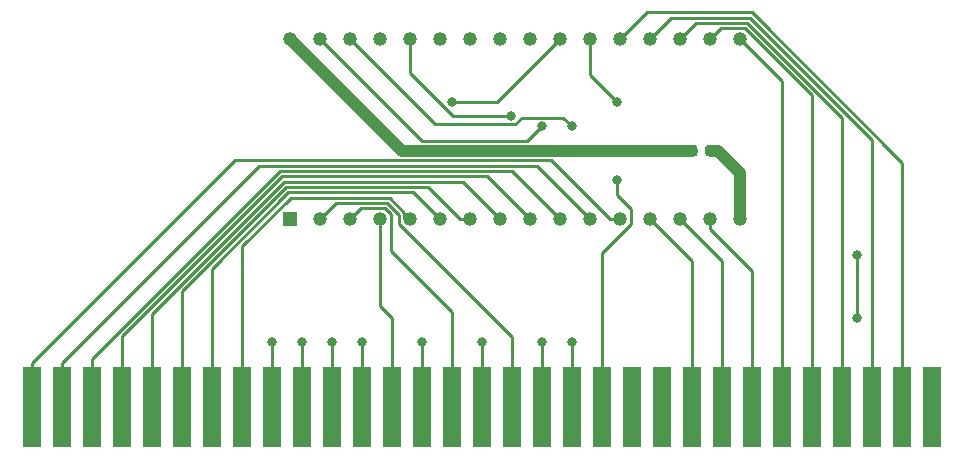
<source format=gbr>
G04 #@! TF.GenerationSoftware,KiCad,Pcbnew,(5.1.5)-3*
G04 #@! TF.CreationDate,2021-07-01T11:46:27+03:00*
G04 #@! TF.ProjectId,ISAMEM,4953414d-454d-42e6-9b69-6361645f7063,rev?*
G04 #@! TF.SameCoordinates,Original*
G04 #@! TF.FileFunction,Copper,L1,Top*
G04 #@! TF.FilePolarity,Positive*
%FSLAX46Y46*%
G04 Gerber Fmt 4.6, Leading zero omitted, Abs format (unit mm)*
G04 Created by KiCad (PCBNEW (5.1.5)-3) date 2021-07-01 11:46:27*
%MOMM*%
%LPD*%
G04 APERTURE LIST*
%ADD10C,1.184000*%
%ADD11R,1.184000X1.184000*%
%ADD12C,0.100000*%
%ADD13R,1.524000X6.858000*%
%ADD14C,0.800000*%
%ADD15C,0.250000*%
%ADD16C,1.000000*%
G04 APERTURE END LIST*
D10*
X192024000Y-103886000D03*
X194564000Y-103886000D03*
X197104000Y-103886000D03*
X199644000Y-103886000D03*
X202184000Y-103886000D03*
X204724000Y-103886000D03*
X207264000Y-103886000D03*
X209804000Y-103886000D03*
X212344000Y-103886000D03*
X214884000Y-103886000D03*
X217424000Y-103886000D03*
X219964000Y-103886000D03*
X222504000Y-103886000D03*
X225044000Y-103886000D03*
X227584000Y-103886000D03*
X230124000Y-103886000D03*
X230124000Y-119126000D03*
X227584000Y-119126000D03*
X225044000Y-119126000D03*
X222504000Y-119126000D03*
X219964000Y-119126000D03*
X217424000Y-119126000D03*
X214884000Y-119126000D03*
X212344000Y-119126000D03*
X209804000Y-119126000D03*
X207264000Y-119126000D03*
X204724000Y-119126000D03*
X202184000Y-119126000D03*
X199644000Y-119126000D03*
X197104000Y-119126000D03*
X194564000Y-119126000D03*
D11*
X192024000Y-119126000D03*
G04 #@! TA.AperFunction,SMDPad,CuDef*
D12*
G36*
X227875191Y-112859960D02*
G01*
X227896426Y-112863110D01*
X227917250Y-112868326D01*
X227937462Y-112875558D01*
X227956868Y-112884737D01*
X227975281Y-112895773D01*
X227992524Y-112908561D01*
X228008430Y-112922977D01*
X228022846Y-112938883D01*
X228035634Y-112956126D01*
X228046670Y-112974539D01*
X228055849Y-112993945D01*
X228063081Y-113014157D01*
X228068297Y-113034981D01*
X228071447Y-113056216D01*
X228072500Y-113077657D01*
X228072500Y-113590157D01*
X228071447Y-113611598D01*
X228068297Y-113632833D01*
X228063081Y-113653657D01*
X228055849Y-113673869D01*
X228046670Y-113693275D01*
X228035634Y-113711688D01*
X228022846Y-113728931D01*
X228008430Y-113744837D01*
X227992524Y-113759253D01*
X227975281Y-113772041D01*
X227956868Y-113783077D01*
X227937462Y-113792256D01*
X227917250Y-113799488D01*
X227896426Y-113804704D01*
X227875191Y-113807854D01*
X227853750Y-113808907D01*
X227416250Y-113808907D01*
X227394809Y-113807854D01*
X227373574Y-113804704D01*
X227352750Y-113799488D01*
X227332538Y-113792256D01*
X227313132Y-113783077D01*
X227294719Y-113772041D01*
X227277476Y-113759253D01*
X227261570Y-113744837D01*
X227247154Y-113728931D01*
X227234366Y-113711688D01*
X227223330Y-113693275D01*
X227214151Y-113673869D01*
X227206919Y-113653657D01*
X227201703Y-113632833D01*
X227198553Y-113611598D01*
X227197500Y-113590157D01*
X227197500Y-113077657D01*
X227198553Y-113056216D01*
X227201703Y-113034981D01*
X227206919Y-113014157D01*
X227214151Y-112993945D01*
X227223330Y-112974539D01*
X227234366Y-112956126D01*
X227247154Y-112938883D01*
X227261570Y-112922977D01*
X227277476Y-112908561D01*
X227294719Y-112895773D01*
X227313132Y-112884737D01*
X227332538Y-112875558D01*
X227352750Y-112868326D01*
X227373574Y-112863110D01*
X227394809Y-112859960D01*
X227416250Y-112858907D01*
X227853750Y-112858907D01*
X227875191Y-112859960D01*
G37*
G04 #@! TD.AperFunction*
G04 #@! TA.AperFunction,SMDPad,CuDef*
G36*
X226300191Y-112859960D02*
G01*
X226321426Y-112863110D01*
X226342250Y-112868326D01*
X226362462Y-112875558D01*
X226381868Y-112884737D01*
X226400281Y-112895773D01*
X226417524Y-112908561D01*
X226433430Y-112922977D01*
X226447846Y-112938883D01*
X226460634Y-112956126D01*
X226471670Y-112974539D01*
X226480849Y-112993945D01*
X226488081Y-113014157D01*
X226493297Y-113034981D01*
X226496447Y-113056216D01*
X226497500Y-113077657D01*
X226497500Y-113590157D01*
X226496447Y-113611598D01*
X226493297Y-113632833D01*
X226488081Y-113653657D01*
X226480849Y-113673869D01*
X226471670Y-113693275D01*
X226460634Y-113711688D01*
X226447846Y-113728931D01*
X226433430Y-113744837D01*
X226417524Y-113759253D01*
X226400281Y-113772041D01*
X226381868Y-113783077D01*
X226362462Y-113792256D01*
X226342250Y-113799488D01*
X226321426Y-113804704D01*
X226300191Y-113807854D01*
X226278750Y-113808907D01*
X225841250Y-113808907D01*
X225819809Y-113807854D01*
X225798574Y-113804704D01*
X225777750Y-113799488D01*
X225757538Y-113792256D01*
X225738132Y-113783077D01*
X225719719Y-113772041D01*
X225702476Y-113759253D01*
X225686570Y-113744837D01*
X225672154Y-113728931D01*
X225659366Y-113711688D01*
X225648330Y-113693275D01*
X225639151Y-113673869D01*
X225631919Y-113653657D01*
X225626703Y-113632833D01*
X225623553Y-113611598D01*
X225622500Y-113590157D01*
X225622500Y-113077657D01*
X225623553Y-113056216D01*
X225626703Y-113034981D01*
X225631919Y-113014157D01*
X225639151Y-112993945D01*
X225648330Y-112974539D01*
X225659366Y-112956126D01*
X225672154Y-112938883D01*
X225686570Y-112922977D01*
X225702476Y-112908561D01*
X225719719Y-112895773D01*
X225738132Y-112884737D01*
X225757538Y-112875558D01*
X225777750Y-112868326D01*
X225798574Y-112863110D01*
X225819809Y-112859960D01*
X225841250Y-112858907D01*
X226278750Y-112858907D01*
X226300191Y-112859960D01*
G37*
G04 #@! TD.AperFunction*
D13*
X246380000Y-135001000D03*
X243840000Y-135001000D03*
X241300000Y-135001000D03*
X238760000Y-135001000D03*
X236220000Y-135001000D03*
X233680000Y-135001000D03*
X231140000Y-135001000D03*
X228600000Y-135001000D03*
X226060000Y-135001000D03*
X223520000Y-135001000D03*
X220980000Y-135001000D03*
X218440000Y-135001000D03*
X215900000Y-135001000D03*
X213360000Y-135001000D03*
X210820000Y-135001000D03*
X208280000Y-135001000D03*
X205740000Y-135001000D03*
X203200000Y-135001000D03*
X200660000Y-135001000D03*
X198120000Y-135001000D03*
X195580000Y-135001000D03*
X193040000Y-135001000D03*
X190500000Y-135001000D03*
X187960000Y-135001000D03*
X185420000Y-135001000D03*
X182880000Y-135001000D03*
X180340000Y-135001000D03*
X177800000Y-135001000D03*
X175260000Y-135001000D03*
X172720000Y-135001000D03*
X170180000Y-135001000D03*
D14*
X219710000Y-109220000D03*
X240030000Y-122174000D03*
X240030000Y-127508000D03*
X213360000Y-129540000D03*
X215900000Y-111252000D03*
X215900000Y-129540000D03*
X219710000Y-115824000D03*
X203200000Y-129540000D03*
X210721001Y-110391001D03*
X190500000Y-129540000D03*
X193040000Y-129540000D03*
X198120000Y-129540000D03*
X195580000Y-129540000D03*
X205740000Y-109220000D03*
X208280000Y-129540000D03*
X213360000Y-111252000D03*
D15*
X240030000Y-127508000D02*
X240030000Y-122174000D01*
D16*
X201471907Y-113333907D02*
X192024000Y-103886000D01*
X222967093Y-113333907D02*
X201471907Y-113333907D01*
X222967093Y-113333907D02*
X226060000Y-113333907D01*
X230124000Y-119126000D02*
X230124000Y-115227000D01*
X228230907Y-113333907D02*
X227635000Y-113333907D01*
X230124000Y-115227000D02*
X228230907Y-113333907D01*
D15*
X210820000Y-129119162D02*
X210820000Y-135001000D01*
X194564000Y-119126000D02*
X195931011Y-117758989D01*
X200270562Y-117758990D02*
X201266999Y-118755427D01*
X201266999Y-118755427D02*
X201266999Y-119566161D01*
X195931011Y-117758989D02*
X200270562Y-117758990D01*
X201266999Y-119566161D02*
X210820000Y-129119162D01*
X213360000Y-135001000D02*
X213360000Y-129540000D01*
X213360000Y-129540000D02*
X213360000Y-129540000D01*
X197695999Y-104477999D02*
X197104000Y-103886000D01*
X204334002Y-111116002D02*
X197695999Y-104477999D01*
X211069002Y-111116002D02*
X204334002Y-111116002D01*
X211658005Y-110526999D02*
X211069002Y-111116002D01*
X215174999Y-110526999D02*
X211658005Y-110526999D01*
X215900000Y-111252000D02*
X215174999Y-110526999D01*
X215900000Y-135001000D02*
X215900000Y-129540000D01*
X215900000Y-129540000D02*
X215900000Y-129540000D01*
X218440000Y-122007162D02*
X220881001Y-119566161D01*
X218440000Y-135001000D02*
X218440000Y-122007162D01*
X220881001Y-119566161D02*
X220881001Y-118265001D01*
X220881001Y-118265001D02*
X219710000Y-117094000D01*
X219710000Y-117094000D02*
X219710000Y-115824000D01*
X219710000Y-115824000D02*
X219710000Y-115824000D01*
X217424000Y-106934000D02*
X219710000Y-109220000D01*
X217424000Y-103886000D02*
X217424000Y-106934000D01*
X198021001Y-118208999D02*
X197104000Y-119126000D01*
X205740000Y-135001000D02*
X205740000Y-127000000D01*
X200561001Y-121821001D02*
X200561001Y-118685839D01*
X200561001Y-118685839D02*
X200084161Y-118208999D01*
X205740000Y-127000000D02*
X200561001Y-121821001D01*
X200084161Y-118208999D02*
X198021001Y-118208999D01*
X203200000Y-135001000D02*
X203200000Y-131322000D01*
X203200000Y-131322000D02*
X203200000Y-129540000D01*
X203200000Y-129540000D02*
X203200000Y-129540000D01*
X202184000Y-104723214D02*
X202184000Y-103886000D01*
X202184000Y-106737002D02*
X202184000Y-104723214D01*
X205837999Y-110391001D02*
X202184000Y-106737002D01*
X210721001Y-110391001D02*
X205837999Y-110391001D01*
X190500000Y-135001000D02*
X190500000Y-131322000D01*
X190500000Y-131322000D02*
X190500000Y-129540000D01*
X190500000Y-129540000D02*
X190500000Y-129540000D01*
X193040000Y-135001000D02*
X193040000Y-129540000D01*
X193040000Y-129540000D02*
X193040000Y-129540000D01*
X198120000Y-135001000D02*
X198120000Y-129540000D01*
X198120000Y-129540000D02*
X198120000Y-129540000D01*
X195580000Y-135001000D02*
X195580000Y-131322000D01*
X195580000Y-131322000D02*
X195580000Y-129540000D01*
X195580000Y-129540000D02*
X195580000Y-129540000D01*
X209550000Y-109220000D02*
X205740000Y-109220000D01*
X214884000Y-103886000D02*
X209550000Y-109220000D01*
X243840000Y-114335608D02*
X243840000Y-131322000D01*
X231123364Y-101618972D02*
X243840000Y-114335608D01*
X222231028Y-101618972D02*
X231123364Y-101618972D01*
X243840000Y-131322000D02*
X243840000Y-135001000D01*
X219964000Y-103886000D02*
X222231028Y-101618972D01*
X241300000Y-131322000D02*
X241300000Y-135001000D01*
X241300000Y-112432018D02*
X241300000Y-131322000D01*
X230936963Y-102068981D02*
X241300000Y-112432018D01*
X224321019Y-102068981D02*
X230936963Y-102068981D01*
X222504000Y-103886000D02*
X224321019Y-102068981D01*
X238760000Y-131322000D02*
X238760000Y-135001000D01*
X238760000Y-110528428D02*
X238760000Y-131322000D01*
X230750562Y-102518990D02*
X238760000Y-110528428D01*
X226411010Y-102518990D02*
X230750562Y-102518990D01*
X225044000Y-103886000D02*
X226411010Y-102518990D01*
X236220000Y-108624838D02*
X236220000Y-131322000D01*
X230564161Y-102968999D02*
X236220000Y-108624838D01*
X228501001Y-102968999D02*
X230564161Y-102968999D01*
X236220000Y-131322000D02*
X236220000Y-135001000D01*
X227584000Y-103886000D02*
X228501001Y-102968999D01*
X233680000Y-107442000D02*
X233680000Y-135001000D01*
X230124000Y-103886000D02*
X233680000Y-107442000D01*
X231140000Y-123519214D02*
X231140000Y-131322000D01*
X227584000Y-119963214D02*
X231140000Y-123519214D01*
X231140000Y-131322000D02*
X231140000Y-135001000D01*
X227584000Y-119126000D02*
X227584000Y-119963214D01*
X228600000Y-122682000D02*
X228600000Y-135001000D01*
X225044000Y-119126000D02*
X228600000Y-122682000D01*
X226060000Y-122682000D02*
X226060000Y-135001000D01*
X222504000Y-119126000D02*
X226060000Y-122682000D01*
X187343083Y-114158917D02*
X170180000Y-131322000D01*
X214159703Y-114158917D02*
X187343083Y-114158917D01*
X219126786Y-119126000D02*
X214159703Y-114158917D01*
X170180000Y-131322000D02*
X170180000Y-135001000D01*
X219964000Y-119126000D02*
X219126786Y-119126000D01*
X189433073Y-114608927D02*
X172720000Y-131322000D01*
X207263999Y-114608927D02*
X189433073Y-114608927D01*
X172720000Y-131322000D02*
X172720000Y-135001000D01*
X212906925Y-114608927D02*
X207263999Y-114608927D01*
X217424000Y-119126000D02*
X212906925Y-114608927D01*
X214884000Y-119126000D02*
X210816936Y-115058936D01*
X210816936Y-115058936D02*
X208913343Y-115058935D01*
X208913343Y-115058935D02*
X205739999Y-115058936D01*
X175260000Y-131322000D02*
X175260000Y-135001000D01*
X191140012Y-115058936D02*
X175260000Y-130938948D01*
X175260000Y-130938948D02*
X175260000Y-131322000D01*
X205739999Y-115058936D02*
X191140012Y-115058936D01*
X177800000Y-131322000D02*
X177800000Y-135001000D01*
X177800000Y-129035358D02*
X177800000Y-131322000D01*
X208726944Y-115508944D02*
X191326413Y-115508945D01*
X191326413Y-115508945D02*
X177800000Y-129035358D01*
X212344000Y-119126000D02*
X208726944Y-115508944D01*
X180340000Y-131322000D02*
X180340000Y-135001000D01*
X209804000Y-119126000D02*
X206636954Y-115958954D01*
X206636954Y-115958954D02*
X199389999Y-115958954D01*
X191512814Y-115958954D02*
X180340000Y-127131768D01*
X199389999Y-115958954D02*
X191512814Y-115958954D01*
X180340000Y-127131768D02*
X180340000Y-131322000D01*
X182880000Y-131322000D02*
X182880000Y-135001000D01*
X182880000Y-125228178D02*
X182880000Y-131322000D01*
X207264000Y-119126000D02*
X206426786Y-119126000D01*
X206426786Y-119126000D02*
X203709747Y-116408963D01*
X203709747Y-116408963D02*
X202643370Y-116408962D01*
X202643370Y-116408962D02*
X191699215Y-116408963D01*
X191699215Y-116408963D02*
X182880000Y-125228178D01*
X185420000Y-131322000D02*
X185420000Y-135001000D01*
X185420000Y-123324588D02*
X185420000Y-131322000D01*
X191885616Y-116858972D02*
X185420000Y-123324588D01*
X202456971Y-116858971D02*
X191885616Y-116858972D01*
X204724000Y-119126000D02*
X202456971Y-116858971D01*
X187960000Y-131322000D02*
X187960000Y-135001000D01*
X192072017Y-117308981D02*
X187960000Y-121420998D01*
X200456961Y-117308981D02*
X192072017Y-117308981D01*
X201717008Y-118569026D02*
X200456961Y-117308981D01*
X187960000Y-121420998D02*
X187960000Y-131322000D01*
X201930000Y-119126000D02*
X201717009Y-118913009D01*
X201717009Y-118913009D02*
X201717008Y-118569026D01*
X202184000Y-119126000D02*
X201930000Y-119126000D01*
X199644000Y-119126000D02*
X199644000Y-126492000D01*
X200660000Y-127508000D02*
X200660000Y-135001000D01*
X199644000Y-126492000D02*
X200660000Y-127508000D01*
X208280000Y-135001000D02*
X208280000Y-131322000D01*
X208280000Y-131322000D02*
X208280000Y-129540000D01*
X208280000Y-129540000D02*
X208280000Y-129540000D01*
X213360000Y-111252000D02*
X212103103Y-112508897D01*
X203186897Y-112508897D02*
X194564000Y-103886000D01*
X212103103Y-112508897D02*
X203186897Y-112508897D01*
M02*

</source>
